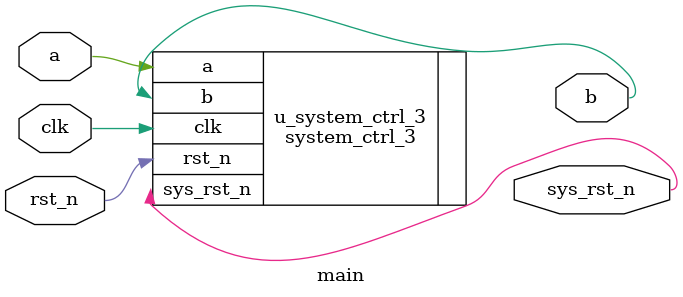
<source format=v>
module main (
    input clk,
    input rst_n,
    input a,

    output b,
    output sys_rst_n
);
    
system_ctrl_3 u_system_ctrl_3(
    .clk   ( clk   ),
    .rst_n ( rst_n ),
    .a     ( a     ),
    .b     ( b     ),
    .sys_rst_n  ( sys_rst_n  )
);



endmodule
</source>
